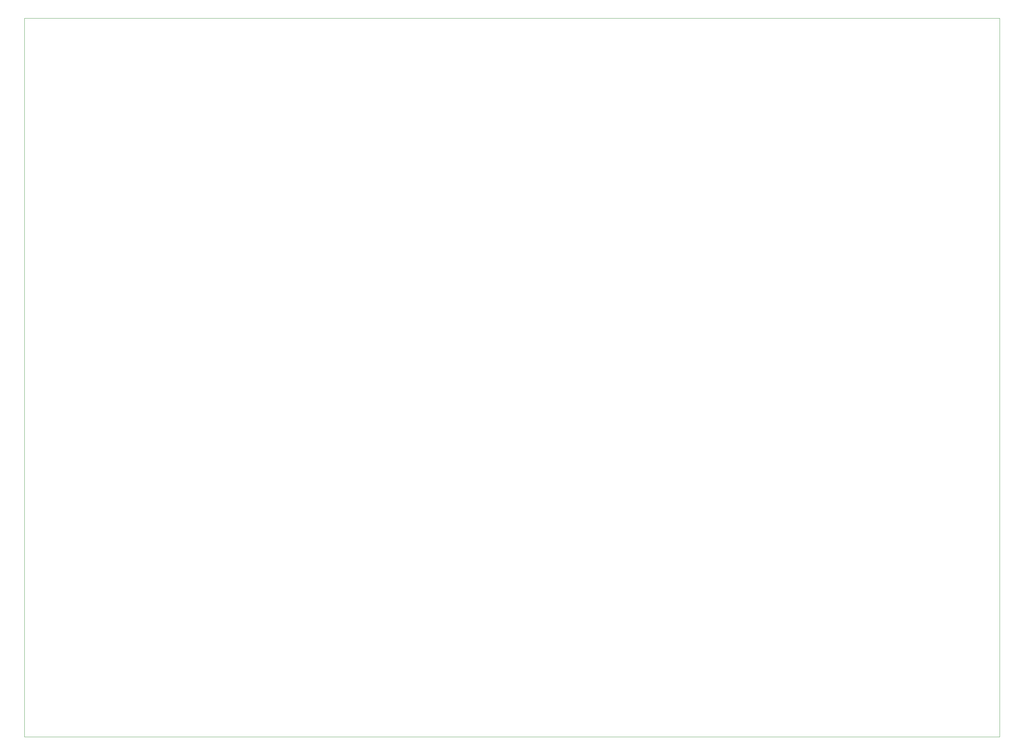
<source format=gbr>
%TF.GenerationSoftware,KiCad,Pcbnew,8.0.8*%
%TF.CreationDate,2025-07-01T22:14:08-04:00*%
%TF.ProjectId,Power Supply,506f7765-7220-4537-9570-706c792e6b69,rev?*%
%TF.SameCoordinates,Original*%
%TF.FileFunction,Profile,NP*%
%FSLAX46Y46*%
G04 Gerber Fmt 4.6, Leading zero omitted, Abs format (unit mm)*
G04 Created by KiCad (PCBNEW 8.0.8) date 2025-07-01 22:14:08*
%MOMM*%
%LPD*%
G01*
G04 APERTURE LIST*
%TA.AperFunction,Profile*%
%ADD10C,0.050000*%
%TD*%
G04 APERTURE END LIST*
D10*
X87630000Y-41910000D02*
X341630000Y-41910000D01*
X341630000Y-229235000D01*
X87630000Y-229235000D01*
X87630000Y-41910000D01*
M02*

</source>
